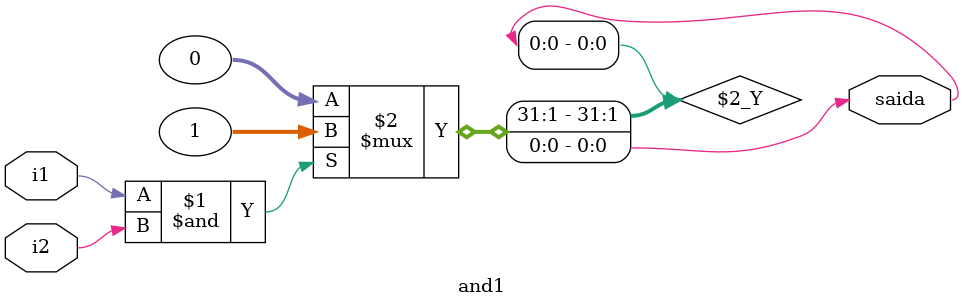
<source format=v>
module and1(i1,i2,saida);
input i1, i2;
output saida;
assign saida=(i1&i2)?1:0;




endmodule // and

</source>
